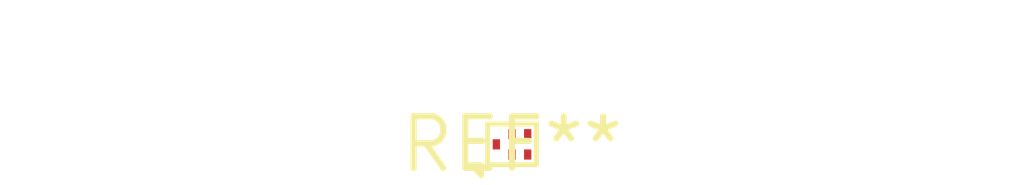
<source format=kicad_pcb>
(kicad_pcb (version 20240108) (generator pcbnew)
  (layers (0 "F.Cu" signal) (31 "B.Cu" signal) (34 "B.Paste" user) (35 "F.Paste" user) (36 "B.SilkS" user "B.Silkscreen") (37 "F.SilkS" user "F.Silkscreen") (38 "B.Mask" user) (39 "F.Mask" user) (44 "Edge.Cuts" user))
  (net 0 "")
  (footprint "Filter_1109-5_1.1x0.9mm" (layer "F.Cu") (at 0 0)
    (property "Reference" "REF**")
    (property "Value" "Filter_1109-5_1.1x0.9mm")
    (fp_line (start -0.6 -0.5) (end -0.6 0.5) (layer "F.SilkS") (stroke (width 0.12)))
    (fp_line (start -0.6 0.5) (end 0.6 0.5) (layer "F.SilkS") (stroke (width 0.12)))
    (fp_line (start 0.6 -0.5) (end -0.6 -0.5) (layer "F.SilkS") (stroke (width 0.12)))
    (fp_line (start 0.6 0.5) (end 0.6 -0.5) (layer "F.SilkS") (stroke (width 0.12)))
    (fp_poly (pts (xy -0.75 0.5) (xy -0.75 0.78) (xy -1.03 0.5) (xy -0.75 0.5)) (layer "F.SilkS") (stroke (width 0.12)) (fill solid))
    (pad "1" smd rect (at -0.385 0 90) (size 0.25 0.18) (layers "F.Cu" "F.Paste" "F.Mask"))
    (pad "2" smd rect (at 0 0.25 90) (size 0.25 0.18) (layers "F.Cu" "F.Paste" "F.Mask"))
    (pad "3" smd rect (at 0.385 0.25 90) (size 0.25 0.18) (layers "F.Cu" "F.Paste" "F.Mask"))
    (pad "4" smd rect (at 0.385 -0.25 90) (size 0.25 0.18) (layers "F.Cu" "F.Paste" "F.Mask"))
    (pad "5" smd rect (at 0 -0.25 90) (size 0.25 0.18) (layers "F.Cu" "F.Paste" "F.Mask"))
  )
)
</source>
